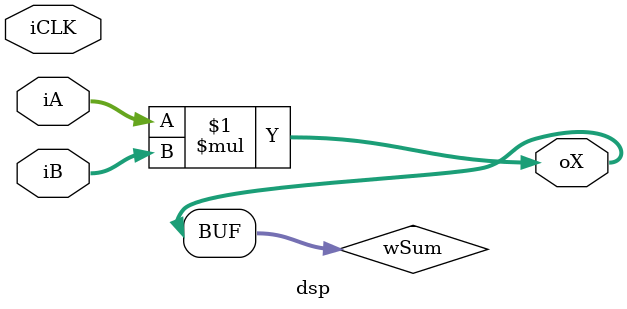
<source format=v>
/*-----------------------------------------------------------------------------
 * Create  2023/6/3
 * Author  KoutaKimura
 * Editor  VSCode ver1.73.1
 * Build   Efinity 2022.2.322.1.8
 * -
 * V1.0：Trion DSP プリミティブを使用した乗算回路
 * 
 *-----------------------------------------------------------------------------*/	
module dsp #(
	parameter pMultRegEnable = 0
)(
	input signed  [17:0] iA,
	input signed  [17:0] iB,
	output signed [35:0] oX,
	input  iCLK
);

(* syn_use_dsp = "yes" *) wire signed [35:0] wSum = iA * iB;	assign oX = wSum;
// (* syn_use_dsp = "yes" *) reg [35:0] rSum;		assign oX = rSum;
// always @(posedge iCLK)
// begin
// 	rSum <= wSum;
// end


// EFX_MULT #(
// 	.WIDTH(18),				//= 18;
// 	.A_REG(1'b0),	//= 1'b0;
// 	.B_REG(1'b0),	//= 1'b0;
// 	.O_REG(1'b0),	//= 1'b0;
// 	.CLK_POLARITY(1'b1),	//= 1'b1; // 0 falling edge, 1 rising edge
// 	.CEA_POLARITY(1'b1),	//= 1'b1; // 0 negative, 1 positive
// 	.RSTA_POLARITY(1'b1),	//= 1'b1; // 0 negative, 1 positive
// 	.RSTA_SYNC(1'b0),		//= 1'b0; // 0 async, 1 sync
// 	.RSTA_VALUE(1'b0),		//= 1'b0; // 0 reset, 1 set
// 	.CEB_POLARITY(1'b1),	//= 1'b1; // 0 negative, 1 positive
// 	.RSTB_POLARITY(1'b1),	//= 1'b1; // 0 negative, 1 positive
// 	.RSTB_SYNC(1'b0),		//= 1'b0; // 0 async, 1 sync
// 	.RSTB_VALUE(1'b0),		//= 1'b0; // 0 reset, 1 set
// 	.CEO_POLARITY(1'b1),	//= 1'b1; // 0 negative, 1 positive
// 	.RSTO_POLARITY(1'b1),	//= 1'b1; // 0 negative, 1 positive
// 	.RSTO_SYNC(1'b0),		//= 1'b0; // 0 async, 1 sync
// 	.RSTO_VALUE(1'b0),		//= 1'b0; // 0 reset, 1 set
// 	.SR_SYNC_PRIORITY(1'b1)	//= 1'b1; // 0 CE, 1 SR
// ) efx_mult (
// 	.A(iA),
// 	.B(iB),
// 	.O(oX),
// 	.CLK(iCLK),
// 	.CEA(1'b0),
// 	.RSTA(iRST),
// 	.CEB(1'b0),
// 	.RSTB(iRST),
// 	.CEO(1'b0),
// 	.RSTO(1'b0)
// );

endmodule
</source>
